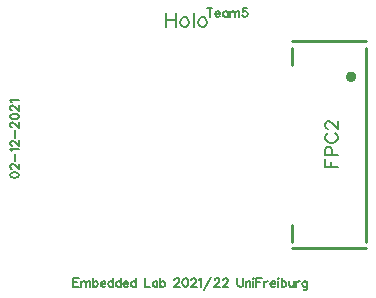
<source format=gto>
G04 Layer: TopSilkLayer*
G04 EasyEDA v6.4.25, 2021-12-06T02:48:24+01:00*
G04 3d30912b60d9496eba34c91f18b07311,db93e8822c7348a7aec6f6efa12e507d,10*
G04 Gerber Generator version 0.2*
G04 Scale: 100 percent, Rotated: No, Reflected: No *
G04 Dimensions in millimeters *
G04 leading zeros omitted , absolute positions ,4 integer and 5 decimal *
%FSLAX45Y45*%
%MOMM*%

%ADD10C,0.2540*%
%ADD19C,0.4000*%
%ADD20C,0.2032*%
%ADD21C,0.1524*%

%LPD*%
D20*
X774700Y-2425006D02*
G01*
X774700Y-2497744D01*
X774700Y-2425006D02*
G01*
X819726Y-2425006D01*
X774700Y-2459644D02*
G01*
X802408Y-2459644D01*
X774700Y-2497744D02*
G01*
X819726Y-2497744D01*
X842586Y-2449253D02*
G01*
X842586Y-2497744D01*
X842586Y-2463106D02*
G01*
X852977Y-2452715D01*
X859904Y-2449253D01*
X870295Y-2449253D01*
X877224Y-2452715D01*
X880686Y-2463106D01*
X880686Y-2497744D01*
X880686Y-2463106D02*
G01*
X891077Y-2452715D01*
X898004Y-2449253D01*
X908395Y-2449253D01*
X915324Y-2452715D01*
X918786Y-2463106D01*
X918786Y-2497744D01*
X941646Y-2425006D02*
G01*
X941646Y-2497744D01*
X941646Y-2459644D02*
G01*
X948575Y-2452715D01*
X955502Y-2449253D01*
X965893Y-2449253D01*
X972820Y-2452715D01*
X979746Y-2459644D01*
X983211Y-2470035D01*
X983211Y-2476962D01*
X979746Y-2487353D01*
X972820Y-2494279D01*
X965893Y-2497744D01*
X955502Y-2497744D01*
X948575Y-2494279D01*
X941646Y-2487353D01*
X1006071Y-2470035D02*
G01*
X1047635Y-2470035D01*
X1047635Y-2463106D01*
X1044171Y-2456179D01*
X1040706Y-2452715D01*
X1033779Y-2449253D01*
X1023388Y-2449253D01*
X1016462Y-2452715D01*
X1009535Y-2459644D01*
X1006071Y-2470035D01*
X1006071Y-2476962D01*
X1009535Y-2487353D01*
X1016462Y-2494279D01*
X1023388Y-2497744D01*
X1033779Y-2497744D01*
X1040706Y-2494279D01*
X1047635Y-2487353D01*
X1112057Y-2425006D02*
G01*
X1112057Y-2497744D01*
X1112057Y-2459644D02*
G01*
X1105131Y-2452715D01*
X1098204Y-2449253D01*
X1087813Y-2449253D01*
X1080884Y-2452715D01*
X1073957Y-2459644D01*
X1070495Y-2470035D01*
X1070495Y-2476962D01*
X1073957Y-2487353D01*
X1080884Y-2494279D01*
X1087813Y-2497744D01*
X1098204Y-2497744D01*
X1105131Y-2494279D01*
X1112057Y-2487353D01*
X1176482Y-2425006D02*
G01*
X1176482Y-2497744D01*
X1176482Y-2459644D02*
G01*
X1169555Y-2452715D01*
X1162626Y-2449253D01*
X1152235Y-2449253D01*
X1145308Y-2452715D01*
X1138382Y-2459644D01*
X1134917Y-2470035D01*
X1134917Y-2476962D01*
X1138382Y-2487353D01*
X1145308Y-2494279D01*
X1152235Y-2497744D01*
X1162626Y-2497744D01*
X1169555Y-2494279D01*
X1176482Y-2487353D01*
X1199342Y-2470035D02*
G01*
X1240904Y-2470035D01*
X1240904Y-2463106D01*
X1237442Y-2456179D01*
X1233977Y-2452715D01*
X1227051Y-2449253D01*
X1216660Y-2449253D01*
X1209733Y-2452715D01*
X1202804Y-2459644D01*
X1199342Y-2470035D01*
X1199342Y-2476962D01*
X1202804Y-2487353D01*
X1209733Y-2494279D01*
X1216660Y-2497744D01*
X1227051Y-2497744D01*
X1233977Y-2494279D01*
X1240904Y-2487353D01*
X1305328Y-2425006D02*
G01*
X1305328Y-2497744D01*
X1305328Y-2459644D02*
G01*
X1298402Y-2452715D01*
X1291475Y-2449253D01*
X1281084Y-2449253D01*
X1274155Y-2452715D01*
X1267228Y-2459644D01*
X1263764Y-2470035D01*
X1263764Y-2476962D01*
X1267228Y-2487353D01*
X1274155Y-2494279D01*
X1281084Y-2497744D01*
X1291475Y-2497744D01*
X1298402Y-2494279D01*
X1305328Y-2487353D01*
X1381528Y-2425006D02*
G01*
X1381528Y-2497744D01*
X1381528Y-2497744D02*
G01*
X1423093Y-2497744D01*
X1487515Y-2449253D02*
G01*
X1487515Y-2497744D01*
X1487515Y-2459644D02*
G01*
X1480588Y-2452715D01*
X1473662Y-2449253D01*
X1463271Y-2449253D01*
X1456344Y-2452715D01*
X1449415Y-2459644D01*
X1445953Y-2470035D01*
X1445953Y-2476962D01*
X1449415Y-2487353D01*
X1456344Y-2494279D01*
X1463271Y-2497744D01*
X1473662Y-2497744D01*
X1480588Y-2494279D01*
X1487515Y-2487353D01*
X1510375Y-2425006D02*
G01*
X1510375Y-2497744D01*
X1510375Y-2459644D02*
G01*
X1517304Y-2452715D01*
X1524231Y-2449253D01*
X1534622Y-2449253D01*
X1541548Y-2452715D01*
X1548475Y-2459644D01*
X1551939Y-2470035D01*
X1551939Y-2476962D01*
X1548475Y-2487353D01*
X1541548Y-2494279D01*
X1534622Y-2497744D01*
X1524231Y-2497744D01*
X1517304Y-2494279D01*
X1510375Y-2487353D01*
X1631604Y-2442324D02*
G01*
X1631604Y-2438862D01*
X1635066Y-2431935D01*
X1638531Y-2428471D01*
X1645457Y-2425006D01*
X1659313Y-2425006D01*
X1666239Y-2428471D01*
X1669704Y-2431935D01*
X1673166Y-2438862D01*
X1673166Y-2445788D01*
X1669704Y-2452715D01*
X1662775Y-2463106D01*
X1628139Y-2497744D01*
X1676631Y-2497744D01*
X1720273Y-2425006D02*
G01*
X1709882Y-2428471D01*
X1702955Y-2438862D01*
X1699491Y-2456179D01*
X1699491Y-2466571D01*
X1702955Y-2483888D01*
X1709882Y-2494279D01*
X1720273Y-2497744D01*
X1727200Y-2497744D01*
X1737591Y-2494279D01*
X1744517Y-2483888D01*
X1747982Y-2466571D01*
X1747982Y-2456179D01*
X1744517Y-2438862D01*
X1737591Y-2428471D01*
X1727200Y-2425006D01*
X1720273Y-2425006D01*
X1774304Y-2442324D02*
G01*
X1774304Y-2438862D01*
X1777768Y-2431935D01*
X1781233Y-2428471D01*
X1788160Y-2425006D01*
X1802015Y-2425006D01*
X1808942Y-2428471D01*
X1812404Y-2431935D01*
X1815868Y-2438862D01*
X1815868Y-2445788D01*
X1812404Y-2452715D01*
X1805477Y-2463106D01*
X1770842Y-2497744D01*
X1819333Y-2497744D01*
X1842193Y-2438862D02*
G01*
X1849120Y-2435397D01*
X1859511Y-2425006D01*
X1859511Y-2497744D01*
X1944715Y-2411153D02*
G01*
X1882371Y-2521988D01*
X1971040Y-2442324D02*
G01*
X1971040Y-2438862D01*
X1974504Y-2431935D01*
X1977966Y-2428471D01*
X1984895Y-2425006D01*
X1998748Y-2425006D01*
X2005675Y-2428471D01*
X2009140Y-2431935D01*
X2012604Y-2438862D01*
X2012604Y-2445788D01*
X2009140Y-2452715D01*
X2002213Y-2463106D01*
X1967575Y-2497744D01*
X2016066Y-2497744D01*
X2042391Y-2442324D02*
G01*
X2042391Y-2438862D01*
X2045855Y-2431935D01*
X2049317Y-2428471D01*
X2056244Y-2425006D01*
X2070100Y-2425006D01*
X2077026Y-2428471D01*
X2080491Y-2431935D01*
X2083955Y-2438862D01*
X2083955Y-2445788D01*
X2080491Y-2452715D01*
X2073564Y-2463106D01*
X2038926Y-2497744D01*
X2087417Y-2497744D01*
X2163617Y-2425006D02*
G01*
X2163617Y-2476962D01*
X2167082Y-2487353D01*
X2174008Y-2494279D01*
X2184400Y-2497744D01*
X2191326Y-2497744D01*
X2201717Y-2494279D01*
X2208644Y-2487353D01*
X2212108Y-2476962D01*
X2212108Y-2425006D01*
X2234968Y-2449253D02*
G01*
X2234968Y-2497744D01*
X2234968Y-2463106D02*
G01*
X2245359Y-2452715D01*
X2252286Y-2449253D01*
X2262677Y-2449253D01*
X2269604Y-2452715D01*
X2273068Y-2463106D01*
X2273068Y-2497744D01*
X2295928Y-2425006D02*
G01*
X2299393Y-2428471D01*
X2302855Y-2425006D01*
X2299393Y-2421544D01*
X2295928Y-2425006D01*
X2299393Y-2449253D02*
G01*
X2299393Y-2497744D01*
X2325715Y-2425006D02*
G01*
X2325715Y-2497744D01*
X2325715Y-2425006D02*
G01*
X2370744Y-2425006D01*
X2325715Y-2459644D02*
G01*
X2353424Y-2459644D01*
X2393604Y-2449253D02*
G01*
X2393604Y-2497744D01*
X2393604Y-2470035D02*
G01*
X2397066Y-2459644D01*
X2403995Y-2452715D01*
X2410922Y-2449253D01*
X2421313Y-2449253D01*
X2444173Y-2470035D02*
G01*
X2485735Y-2470035D01*
X2485735Y-2463106D01*
X2482273Y-2456179D01*
X2478808Y-2452715D01*
X2471882Y-2449253D01*
X2461491Y-2449253D01*
X2454564Y-2452715D01*
X2447635Y-2459644D01*
X2444173Y-2470035D01*
X2444173Y-2476962D01*
X2447635Y-2487353D01*
X2454564Y-2494279D01*
X2461491Y-2497744D01*
X2471882Y-2497744D01*
X2478808Y-2494279D01*
X2485735Y-2487353D01*
X2508595Y-2425006D02*
G01*
X2512059Y-2428471D01*
X2515524Y-2425006D01*
X2512059Y-2421544D01*
X2508595Y-2425006D01*
X2512059Y-2449253D02*
G01*
X2512059Y-2497744D01*
X2538384Y-2425006D02*
G01*
X2538384Y-2497744D01*
X2538384Y-2459644D02*
G01*
X2545311Y-2452715D01*
X2552237Y-2449253D01*
X2562628Y-2449253D01*
X2569555Y-2452715D01*
X2576484Y-2459644D01*
X2579946Y-2470035D01*
X2579946Y-2476962D01*
X2576484Y-2487353D01*
X2569555Y-2494279D01*
X2562628Y-2497744D01*
X2552237Y-2497744D01*
X2545311Y-2494279D01*
X2538384Y-2487353D01*
X2602806Y-2449253D02*
G01*
X2602806Y-2483888D01*
X2606271Y-2494279D01*
X2613197Y-2497744D01*
X2623588Y-2497744D01*
X2630515Y-2494279D01*
X2640906Y-2483888D01*
X2640906Y-2449253D02*
G01*
X2640906Y-2497744D01*
X2663766Y-2449253D02*
G01*
X2663766Y-2497744D01*
X2663766Y-2470035D02*
G01*
X2667231Y-2459644D01*
X2674157Y-2452715D01*
X2681084Y-2449253D01*
X2691475Y-2449253D01*
X2755900Y-2449253D02*
G01*
X2755900Y-2504671D01*
X2752435Y-2515062D01*
X2748973Y-2518524D01*
X2742044Y-2521988D01*
X2731655Y-2521988D01*
X2724726Y-2518524D01*
X2755900Y-2459644D02*
G01*
X2748973Y-2452715D01*
X2742044Y-2449253D01*
X2731655Y-2449253D01*
X2724726Y-2452715D01*
X2717800Y-2459644D01*
X2714335Y-2470035D01*
X2714335Y-2476962D01*
X2717800Y-2487353D01*
X2724726Y-2494279D01*
X2731655Y-2497744D01*
X2742044Y-2497744D01*
X2748973Y-2494279D01*
X2755900Y-2487353D01*
X1562100Y-176644D02*
G01*
X1562100Y-297873D01*
X1642917Y-176644D02*
G01*
X1642917Y-297873D01*
X1562100Y-234373D02*
G01*
X1642917Y-234373D01*
X1709882Y-217055D02*
G01*
X1698335Y-222826D01*
X1686791Y-234373D01*
X1681017Y-251691D01*
X1681017Y-263235D01*
X1686791Y-280555D01*
X1698335Y-292100D01*
X1709882Y-297873D01*
X1727200Y-297873D01*
X1738744Y-292100D01*
X1750291Y-280555D01*
X1756064Y-263235D01*
X1756064Y-251691D01*
X1750291Y-234373D01*
X1738744Y-222826D01*
X1727200Y-217055D01*
X1709882Y-217055D01*
X1794164Y-176644D02*
G01*
X1794164Y-297873D01*
X1861126Y-217055D02*
G01*
X1849582Y-222826D01*
X1838035Y-234373D01*
X1832264Y-251691D01*
X1832264Y-263235D01*
X1838035Y-280555D01*
X1849582Y-292100D01*
X1861126Y-297873D01*
X1878444Y-297873D01*
X1889991Y-292100D01*
X1901535Y-280555D01*
X1907308Y-263235D01*
X1907308Y-251691D01*
X1901535Y-234373D01*
X1889991Y-222826D01*
X1878444Y-217055D01*
X1861126Y-217055D01*
X1929244Y-139006D02*
G01*
X1929244Y-211744D01*
X1905000Y-139006D02*
G01*
X1953491Y-139006D01*
X1976351Y-184035D02*
G01*
X2017915Y-184035D01*
X2017915Y-177106D01*
X2014451Y-170179D01*
X2010986Y-166715D01*
X2004059Y-163253D01*
X1993668Y-163253D01*
X1986742Y-166715D01*
X1979815Y-173644D01*
X1976351Y-184035D01*
X1976351Y-190962D01*
X1979815Y-201353D01*
X1986742Y-208279D01*
X1993668Y-211744D01*
X2004059Y-211744D01*
X2010986Y-208279D01*
X2017915Y-201353D01*
X2082337Y-163253D02*
G01*
X2082337Y-211744D01*
X2082337Y-173644D02*
G01*
X2075411Y-166715D01*
X2068484Y-163253D01*
X2058093Y-163253D01*
X2051164Y-166715D01*
X2044237Y-173644D01*
X2040775Y-184035D01*
X2040775Y-190962D01*
X2044237Y-201353D01*
X2051164Y-208279D01*
X2058093Y-211744D01*
X2068484Y-211744D01*
X2075411Y-208279D01*
X2082337Y-201353D01*
X2105197Y-163253D02*
G01*
X2105197Y-211744D01*
X2105197Y-177106D02*
G01*
X2115588Y-166715D01*
X2122515Y-163253D01*
X2132906Y-163253D01*
X2139835Y-166715D01*
X2143297Y-177106D01*
X2143297Y-211744D01*
X2143297Y-177106D02*
G01*
X2153688Y-166715D01*
X2160615Y-163253D01*
X2171006Y-163253D01*
X2177935Y-166715D01*
X2181397Y-177106D01*
X2181397Y-211744D01*
X2245822Y-139006D02*
G01*
X2211184Y-139006D01*
X2207722Y-170179D01*
X2211184Y-166715D01*
X2221575Y-163253D01*
X2231966Y-163253D01*
X2242357Y-166715D01*
X2249284Y-173644D01*
X2252748Y-184035D01*
X2252748Y-190962D01*
X2249284Y-201353D01*
X2242357Y-208279D01*
X2231966Y-211744D01*
X2221575Y-211744D01*
X2211184Y-208279D01*
X2207722Y-204815D01*
X2204257Y-197888D01*
X240606Y-1554017D02*
G01*
X244071Y-1564408D01*
X254462Y-1571335D01*
X271779Y-1574800D01*
X282171Y-1574800D01*
X299488Y-1571335D01*
X309879Y-1564408D01*
X313344Y-1554017D01*
X313344Y-1547091D01*
X309879Y-1536700D01*
X299488Y-1529773D01*
X282171Y-1526308D01*
X271779Y-1526308D01*
X254462Y-1529773D01*
X244071Y-1536700D01*
X240606Y-1547091D01*
X240606Y-1554017D01*
X257924Y-1499984D02*
G01*
X254462Y-1499984D01*
X247535Y-1496522D01*
X244071Y-1493057D01*
X240606Y-1486131D01*
X240606Y-1472275D01*
X244071Y-1465348D01*
X247535Y-1461884D01*
X254462Y-1458422D01*
X261388Y-1458422D01*
X268315Y-1461884D01*
X278706Y-1468813D01*
X313344Y-1503448D01*
X313344Y-1454957D01*
X282171Y-1432097D02*
G01*
X282171Y-1369753D01*
X254462Y-1346893D02*
G01*
X250997Y-1339964D01*
X240606Y-1329575D01*
X313344Y-1329575D01*
X257924Y-1303251D02*
G01*
X254462Y-1303251D01*
X247535Y-1299786D01*
X244071Y-1296324D01*
X240606Y-1289395D01*
X240606Y-1275542D01*
X244071Y-1268615D01*
X247535Y-1265151D01*
X254462Y-1261686D01*
X261388Y-1261686D01*
X268315Y-1265151D01*
X278706Y-1272077D01*
X313344Y-1306715D01*
X313344Y-1258224D01*
X282171Y-1235364D02*
G01*
X282171Y-1173017D01*
X257924Y-1146695D02*
G01*
X254462Y-1146695D01*
X247535Y-1143231D01*
X244071Y-1139766D01*
X240606Y-1132839D01*
X240606Y-1118984D01*
X244071Y-1112057D01*
X247535Y-1108595D01*
X254462Y-1105131D01*
X261388Y-1105131D01*
X268315Y-1108595D01*
X278706Y-1115522D01*
X313344Y-1150157D01*
X313344Y-1101666D01*
X240606Y-1058024D02*
G01*
X244071Y-1068415D01*
X254462Y-1075344D01*
X271779Y-1078806D01*
X282171Y-1078806D01*
X299488Y-1075344D01*
X309879Y-1068415D01*
X313344Y-1058024D01*
X313344Y-1051097D01*
X309879Y-1040706D01*
X299488Y-1033779D01*
X282171Y-1030315D01*
X271779Y-1030315D01*
X254462Y-1033779D01*
X244071Y-1040706D01*
X240606Y-1051097D01*
X240606Y-1058024D01*
X257924Y-1003993D02*
G01*
X254462Y-1003993D01*
X247535Y-1000528D01*
X244071Y-997064D01*
X240606Y-990137D01*
X240606Y-976284D01*
X244071Y-969355D01*
X247535Y-965893D01*
X254462Y-962428D01*
X261388Y-962428D01*
X268315Y-965893D01*
X278706Y-972820D01*
X313344Y-1007455D01*
X313344Y-958964D01*
X254462Y-936104D02*
G01*
X250997Y-929177D01*
X240606Y-918786D01*
X313344Y-918786D01*
D21*
X2907284Y-1485900D02*
G01*
X3016250Y-1485900D01*
X2907284Y-1485900D02*
G01*
X2907284Y-1418336D01*
X2959100Y-1485900D02*
G01*
X2959100Y-1444244D01*
X2907284Y-1384045D02*
G01*
X3016250Y-1384045D01*
X2907284Y-1384045D02*
G01*
X2907284Y-1337310D01*
X2912363Y-1321815D01*
X2917697Y-1316481D01*
X2928111Y-1311402D01*
X2943606Y-1311402D01*
X2954020Y-1316481D01*
X2959100Y-1321815D01*
X2964434Y-1337310D01*
X2964434Y-1384045D01*
X2933191Y-1199134D02*
G01*
X2922777Y-1204213D01*
X2912363Y-1214628D01*
X2907284Y-1225042D01*
X2907284Y-1245870D01*
X2912363Y-1256284D01*
X2922777Y-1266697D01*
X2933191Y-1271778D01*
X2948940Y-1277112D01*
X2974847Y-1277112D01*
X2990341Y-1271778D01*
X3000756Y-1266697D01*
X3011170Y-1256284D01*
X3016250Y-1245870D01*
X3016250Y-1225042D01*
X3011170Y-1214628D01*
X3000756Y-1204213D01*
X2990341Y-1199134D01*
X2933191Y-1159510D02*
G01*
X2928111Y-1159510D01*
X2917697Y-1154429D01*
X2912363Y-1149350D01*
X2907284Y-1138936D01*
X2907284Y-1118107D01*
X2912363Y-1107694D01*
X2917697Y-1102360D01*
X2928111Y-1097279D01*
X2938525Y-1097279D01*
X2948940Y-1102360D01*
X2964434Y-1112773D01*
X3016250Y-1164844D01*
X3016250Y-1092200D01*
D10*
X2627030Y-420212D02*
G01*
X3252028Y-420212D01*
X2627030Y-2115207D02*
G01*
X2627119Y-1970090D01*
X2627119Y-620328D02*
G01*
X2627030Y-475208D01*
X3251961Y-2170206D02*
G01*
X2627030Y-2170206D01*
X3252028Y-475208D02*
G01*
X3251961Y-2115207D01*
D19*
G75*
G01
X3152038Y-720192D02*
G03X3152038Y-720192I-24994J0D01*
M02*

</source>
